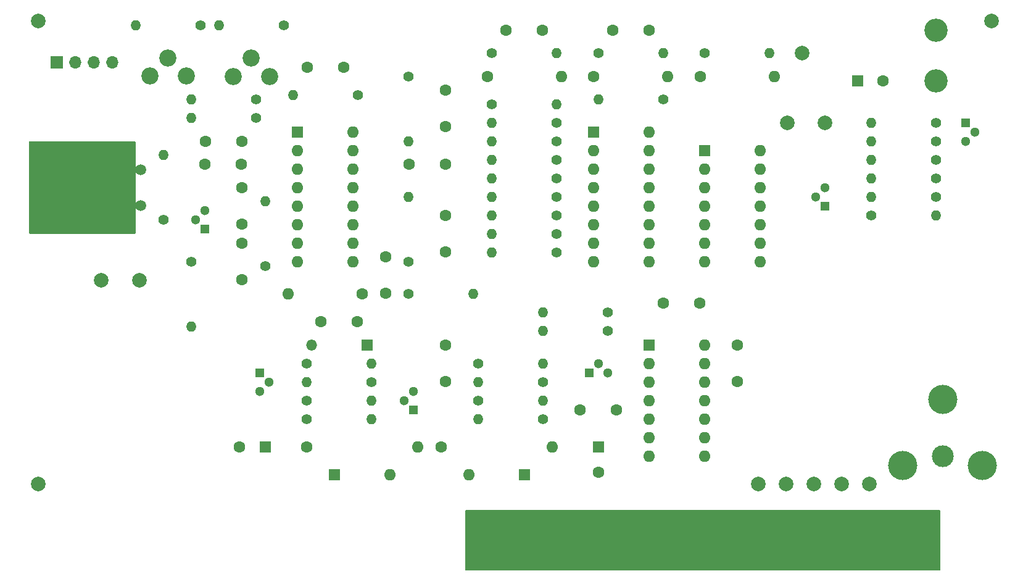
<source format=gbr>
%TF.GenerationSoftware,KiCad,Pcbnew,7.0.1-0*%
%TF.CreationDate,2023-05-07T10:40:25+02:00*%
%TF.ProjectId,Apple PAL card - reloaded,4170706c-6520-4504-914c-206361726420,A*%
%TF.SameCoordinates,Original*%
%TF.FileFunction,Soldermask,Top*%
%TF.FilePolarity,Negative*%
%FSLAX46Y46*%
G04 Gerber Fmt 4.6, Leading zero omitted, Abs format (unit mm)*
G04 Created by KiCad (PCBNEW 7.0.1-0) date 2023-05-07 10:40:25*
%MOMM*%
%LPD*%
G01*
G04 APERTURE LIST*
G04 Aperture macros list*
%AMRoundRect*
0 Rectangle with rounded corners*
0 $1 Rounding radius*
0 $2 $3 $4 $5 $6 $7 $8 $9 X,Y pos of 4 corners*
0 Add a 4 corners polygon primitive as box body*
4,1,4,$2,$3,$4,$5,$6,$7,$8,$9,$2,$3,0*
0 Add four circle primitives for the rounded corners*
1,1,$1+$1,$2,$3*
1,1,$1+$1,$4,$5*
1,1,$1+$1,$6,$7*
1,1,$1+$1,$8,$9*
0 Add four rect primitives between the rounded corners*
20,1,$1+$1,$2,$3,$4,$5,0*
20,1,$1+$1,$4,$5,$6,$7,0*
20,1,$1+$1,$6,$7,$8,$9,0*
20,1,$1+$1,$8,$9,$2,$3,0*%
G04 Aperture macros list end*
%ADD10C,0.150000*%
%ADD11C,1.400000*%
%ADD12O,1.400000X1.400000*%
%ADD13C,1.600000*%
%ADD14R,1.600000X1.600000*%
%ADD15O,1.600000X1.600000*%
%ADD16C,2.000000*%
%ADD17R,1.300000X1.300000*%
%ADD18C,1.300000*%
%ADD19C,2.340000*%
%ADD20RoundRect,0.381000X0.381000X3.289000X-0.381000X3.289000X-0.381000X-3.289000X0.381000X-3.289000X0*%
%ADD21R,1.700000X1.700000*%
%ADD22O,1.700000X1.700000*%
%ADD23R,1.500000X1.500000*%
%ADD24O,1.500000X1.500000*%
%ADD25C,3.200000*%
%ADD26C,3.000000*%
%ADD27C,4.000000*%
%ADD28C,1.500000*%
G04 APERTURE END LIST*
D10*
X206197200Y-134950200D02*
X141173200Y-134950200D01*
X141173200Y-126822200D01*
X206197200Y-126822200D01*
X206197200Y-134950200D01*
G36*
X206197200Y-134950200D02*
G01*
X141173200Y-134950200D01*
X141173200Y-126822200D01*
X206197200Y-126822200D01*
X206197200Y-134950200D01*
G37*
D11*
%TO.C,R12*%
X142875000Y-111760000D03*
D12*
X151765000Y-111760000D03*
%TD*%
D13*
%TO.C,C18*%
X166330000Y-60960000D03*
X161330000Y-60960000D03*
%TD*%
D14*
%TO.C,U3*%
X173990000Y-77470000D03*
D15*
X173990000Y-80010000D03*
X173990000Y-82550000D03*
X173990000Y-85090000D03*
X173990000Y-87630000D03*
X173990000Y-90170000D03*
X173990000Y-92710000D03*
X181610000Y-92710000D03*
X181610000Y-90170000D03*
X181610000Y-87630000D03*
X181610000Y-85090000D03*
X181610000Y-82550000D03*
X181610000Y-80010000D03*
X181610000Y-77470000D03*
%TD*%
D11*
%TO.C,R11*%
X151765000Y-114300000D03*
D12*
X142875000Y-114300000D03*
%TD*%
D11*
%TO.C,R22*%
X153670000Y-86360000D03*
D12*
X144780000Y-86360000D03*
%TD*%
D11*
%TO.C,R29*%
X112395000Y-73025000D03*
D12*
X103505000Y-73025000D03*
%TD*%
D16*
%TO.C,H1*%
X82550000Y-59690000D03*
%TD*%
D11*
%TO.C,R36*%
X103505000Y-92710000D03*
D12*
X103505000Y-101600000D03*
%TD*%
D14*
%TO.C,C1*%
X113665000Y-118110000D03*
D13*
X110165000Y-118110000D03*
%TD*%
D11*
%TO.C,R25*%
X168275000Y-70485000D03*
D12*
X159385000Y-70485000D03*
%TD*%
D13*
%TO.C,L1*%
X127000000Y-97155000D03*
D15*
X116840000Y-97155000D03*
%TD*%
D16*
%TO.C,H3*%
X82550000Y-123190000D03*
%TD*%
%TO.C,TP4*%
X192786000Y-123190000D03*
%TD*%
D11*
%TO.C,R7*%
X119380000Y-106680000D03*
D12*
X128270000Y-106680000D03*
%TD*%
D17*
%TO.C,Q4*%
X105410000Y-88265000D03*
D18*
X104140000Y-86995000D03*
X105410000Y-85725000D03*
%TD*%
D14*
%TO.C,CR1*%
X149225000Y-121920000D03*
D15*
X141605000Y-121920000D03*
%TD*%
D19*
%TO.C,R33*%
X97830000Y-67270000D03*
X100330000Y-64770000D03*
X102830000Y-67270000D03*
%TD*%
D13*
%TO.C,L2*%
X144145000Y-67310000D03*
D15*
X154305000Y-67310000D03*
%TD*%
D14*
%TO.C,U1*%
X166380000Y-104135000D03*
D15*
X166380000Y-106675000D03*
X166380000Y-109215000D03*
X166380000Y-111755000D03*
X166380000Y-114295000D03*
X166380000Y-116835000D03*
X166380000Y-119375000D03*
X174000000Y-119375000D03*
X174000000Y-116835000D03*
X174000000Y-114295000D03*
X174000000Y-111755000D03*
X174000000Y-109215000D03*
X174000000Y-106675000D03*
X174000000Y-104135000D03*
%TD*%
D11*
%TO.C,R18*%
X144780000Y-64135000D03*
D12*
X153670000Y-64135000D03*
%TD*%
D13*
%TO.C,C12*%
X138430000Y-104140000D03*
X138430000Y-109140000D03*
%TD*%
D20*
%TO.C,J3*%
X143205000Y-130533000D03*
X145745000Y-130533000D03*
X148285000Y-130533000D03*
X150825000Y-130533000D03*
X153365000Y-130533000D03*
X155905000Y-130533000D03*
X158445000Y-130533000D03*
X160985000Y-130533000D03*
X163525000Y-130533000D03*
X166065000Y-130533000D03*
X168605000Y-130533000D03*
X171145000Y-130533000D03*
X173685000Y-130533000D03*
X176225000Y-130533000D03*
X178765000Y-130533000D03*
X181305000Y-130533000D03*
X183845000Y-130533000D03*
X186385000Y-130533000D03*
X188925000Y-130533000D03*
X191465000Y-130533000D03*
X194005000Y-130533000D03*
X196545000Y-130533000D03*
X199085000Y-130533000D03*
X201625000Y-130533000D03*
X204165000Y-130533000D03*
%TD*%
D21*
%TO.C,J1*%
X85090000Y-65405000D03*
D22*
X87630000Y-65405000D03*
X90170000Y-65405000D03*
X92710000Y-65405000D03*
%TD*%
D11*
%TO.C,R24*%
X153670000Y-76200000D03*
D12*
X144780000Y-76200000D03*
%TD*%
D13*
%TO.C,C7*%
X110490000Y-82590000D03*
X110490000Y-87590000D03*
%TD*%
%TO.C,C9*%
X130175000Y-97075000D03*
X130175000Y-92075000D03*
%TD*%
D11*
%TO.C,R19*%
X153670000Y-88900000D03*
D12*
X144780000Y-88900000D03*
%TD*%
D11*
%TO.C,R42*%
X205740000Y-83820000D03*
D12*
X196850000Y-83820000D03*
%TD*%
D13*
%TO.C,C16*%
X110410000Y-79375000D03*
X105410000Y-79375000D03*
%TD*%
D14*
%TO.C,CR2*%
X123190000Y-121920000D03*
D15*
X130810000Y-121920000D03*
%TD*%
D13*
%TO.C,C15*%
X138430000Y-74215000D03*
X138430000Y-69215000D03*
%TD*%
D11*
%TO.C,R15*%
X160655000Y-102235000D03*
D12*
X151765000Y-102235000D03*
%TD*%
D11*
%TO.C,R41*%
X205740000Y-81280000D03*
D12*
X196850000Y-81280000D03*
%TD*%
D14*
%TO.C,C2*%
X159385000Y-118110000D03*
D13*
X159385000Y-121610000D03*
%TD*%
D11*
%TO.C,R35*%
X126365000Y-69850000D03*
D12*
X117475000Y-69850000D03*
%TD*%
D11*
%TO.C,R9*%
X119380000Y-114300000D03*
D12*
X128270000Y-114300000D03*
%TD*%
D13*
%TO.C,C17*%
X119460000Y-66040000D03*
X124460000Y-66040000D03*
%TD*%
D16*
%TO.C,TP2*%
X185166000Y-123190000D03*
%TD*%
D11*
%TO.C,R16*%
X151765000Y-109220000D03*
D12*
X142875000Y-109220000D03*
%TD*%
D13*
%TO.C,C13*%
X151725000Y-60960000D03*
X146725000Y-60960000D03*
%TD*%
D11*
%TO.C,R4*%
X133350000Y-67310000D03*
D12*
X133350000Y-76200000D03*
%TD*%
D16*
%TO.C,TP6*%
X187325000Y-64135000D03*
%TD*%
D13*
%TO.C,C11*%
X121285000Y-100965000D03*
X126285000Y-100965000D03*
%TD*%
D11*
%TO.C,R37*%
X99695000Y-86995000D03*
D12*
X99695000Y-78105000D03*
%TD*%
D11*
%TO.C,R14*%
X160655000Y-99695000D03*
D12*
X151765000Y-99695000D03*
%TD*%
D11*
%TO.C,R40*%
X205740000Y-78740000D03*
D12*
X196850000Y-78740000D03*
%TD*%
D11*
%TO.C,R13*%
X142875000Y-106680000D03*
D12*
X151765000Y-106680000D03*
%TD*%
D13*
%TO.C,C3*%
X178435000Y-104180000D03*
X178435000Y-109180000D03*
%TD*%
D17*
%TO.C,Q1*%
X112924000Y-107950000D03*
D18*
X114194000Y-109220000D03*
X112924000Y-110490000D03*
%TD*%
D11*
%TO.C,R26*%
X153670000Y-91440000D03*
D12*
X144780000Y-91440000D03*
%TD*%
D11*
%TO.C,R8*%
X128270000Y-109220000D03*
D12*
X119380000Y-109220000D03*
%TD*%
D11*
%TO.C,R6*%
X133350000Y-92710000D03*
D12*
X133350000Y-83820000D03*
%TD*%
D13*
%TO.C,C10*%
X168315000Y-98425000D03*
X173315000Y-98425000D03*
%TD*%
%TO.C,L4*%
X173355000Y-67310000D03*
D15*
X183515000Y-67310000D03*
%TD*%
D16*
%TO.C,TP1*%
X181356000Y-123190000D03*
%TD*%
D13*
%TO.C,R2*%
X119380000Y-118110000D03*
D15*
X134620000Y-118110000D03*
%TD*%
D11*
%TO.C,R20*%
X153670000Y-73660000D03*
D12*
X144780000Y-73660000D03*
%TD*%
D11*
%TO.C,R31*%
X116205000Y-60325000D03*
D12*
X107315000Y-60325000D03*
%TD*%
D16*
%TO.C,H2*%
X213360000Y-59690000D03*
%TD*%
D23*
%TO.C,CR3*%
X127640000Y-104140000D03*
D24*
X120020000Y-104140000D03*
%TD*%
D16*
%TO.C,C20*%
X91186000Y-95250000D03*
X96393000Y-95250000D03*
%TD*%
D13*
%TO.C,C14*%
X105450000Y-76200000D03*
X110450000Y-76200000D03*
%TD*%
D25*
%TO.C,H5*%
X205740000Y-67945000D03*
%TD*%
D19*
%TO.C,R30*%
X109260000Y-67310000D03*
X111760000Y-64810000D03*
X114260000Y-67310000D03*
%TD*%
D11*
%TO.C,R5*%
X113665000Y-93345000D03*
D12*
X113665000Y-84455000D03*
%TD*%
D11*
%TO.C,R44*%
X159385000Y-64135000D03*
D12*
X168275000Y-64135000D03*
%TD*%
D13*
%TO.C,C8*%
X110490000Y-90210000D03*
X110490000Y-95210000D03*
%TD*%
D11*
%TO.C,R17*%
X144780000Y-71120000D03*
D12*
X153670000Y-71120000D03*
%TD*%
D17*
%TO.C,Q6*%
X190500000Y-85090000D03*
D18*
X189230000Y-83820000D03*
X190500000Y-82550000D03*
%TD*%
D11*
%TO.C,R32*%
X112395000Y-70485000D03*
D12*
X103505000Y-70485000D03*
%TD*%
D14*
%TO.C,U4*%
X158760000Y-74920000D03*
D15*
X158760000Y-77460000D03*
X158760000Y-80000000D03*
X158760000Y-82540000D03*
X158760000Y-85080000D03*
X158760000Y-87620000D03*
X158760000Y-90160000D03*
X158760000Y-92700000D03*
X166380000Y-92700000D03*
X166380000Y-90160000D03*
X166380000Y-87620000D03*
X166380000Y-85080000D03*
X166380000Y-82540000D03*
X166380000Y-80000000D03*
X166380000Y-77460000D03*
X166380000Y-74920000D03*
%TD*%
D11*
%TO.C,R23*%
X153670000Y-83820000D03*
D12*
X144780000Y-83820000D03*
%TD*%
D11*
%TO.C,R27*%
X153670000Y-81280000D03*
D12*
X144780000Y-81280000D03*
%TD*%
D17*
%TO.C,Q2*%
X133985000Y-113030000D03*
D18*
X132715000Y-111760000D03*
X133985000Y-110490000D03*
%TD*%
D17*
%TO.C,Q5*%
X209825000Y-73660000D03*
D18*
X211095000Y-74930000D03*
X209825000Y-76200000D03*
%TD*%
D13*
%TO.C,C6*%
X138390000Y-79375000D03*
X133390000Y-79375000D03*
%TD*%
D11*
%TO.C,R21*%
X153670000Y-78740000D03*
D12*
X144780000Y-78740000D03*
%TD*%
D11*
%TO.C,R28*%
X173990000Y-64135000D03*
D12*
X182880000Y-64135000D03*
%TD*%
D13*
%TO.C,C5*%
X138430000Y-86400000D03*
X138430000Y-91400000D03*
%TD*%
D16*
%TO.C,C19*%
X185293000Y-73660000D03*
X190500000Y-73660000D03*
%TD*%
D11*
%TO.C,R10*%
X119380000Y-111760000D03*
D12*
X128270000Y-111760000D03*
%TD*%
D16*
%TO.C,TP5*%
X196596000Y-123190000D03*
%TD*%
D26*
%TO.C,J2*%
X206629000Y-119380000D03*
D27*
X201168000Y-120650000D03*
X206629000Y-111633000D03*
X212090000Y-120650000D03*
%TD*%
D11*
%TO.C,R38*%
X205740000Y-73660000D03*
D12*
X196850000Y-73660000D03*
%TD*%
D11*
%TO.C,R39*%
X205740000Y-76200000D03*
D12*
X196850000Y-76200000D03*
%TD*%
D13*
%TO.C,C4*%
X156885000Y-113030000D03*
X161885000Y-113030000D03*
%TD*%
D11*
%TO.C,R3*%
X133350000Y-97155000D03*
D12*
X142240000Y-97155000D03*
%TD*%
D13*
%TO.C,R1*%
X137795000Y-118110000D03*
D15*
X153035000Y-118110000D03*
%TD*%
D13*
%TO.C,L3*%
X158750000Y-67310000D03*
D15*
X168910000Y-67310000D03*
%TD*%
D25*
%TO.C,H4*%
X205740000Y-60960000D03*
%TD*%
D16*
%TO.C,TP3*%
X188976000Y-123190000D03*
%TD*%
D28*
%TO.C,Y1*%
X96550000Y-80100000D03*
X96550000Y-85000000D03*
%TD*%
D11*
%TO.C,R34*%
X104775000Y-60325000D03*
D12*
X95885000Y-60325000D03*
%TD*%
D11*
%TO.C,R43*%
X196850000Y-86360000D03*
D12*
X205740000Y-86360000D03*
%TD*%
D14*
%TO.C,U2*%
X118120000Y-74920000D03*
D15*
X118120000Y-77460000D03*
X118120000Y-80000000D03*
X118120000Y-82540000D03*
X118120000Y-85080000D03*
X118120000Y-87620000D03*
X118120000Y-90160000D03*
X118120000Y-92700000D03*
X125740000Y-92700000D03*
X125740000Y-90160000D03*
X125740000Y-87620000D03*
X125740000Y-85080000D03*
X125740000Y-82540000D03*
X125740000Y-80000000D03*
X125740000Y-77460000D03*
X125740000Y-74920000D03*
%TD*%
D14*
%TO.C,C21*%
X194945000Y-67945000D03*
D13*
X198445000Y-67945000D03*
%TD*%
D17*
%TO.C,Q3*%
X158115000Y-107950000D03*
D18*
X159385000Y-106680000D03*
X160655000Y-107950000D03*
%TD*%
G36*
X95823000Y-76216613D02*
G01*
X95868387Y-76262000D01*
X95885000Y-76324000D01*
X95885000Y-88776000D01*
X95868387Y-88838000D01*
X95823000Y-88883387D01*
X95761000Y-88900000D01*
X81404000Y-88900000D01*
X81342000Y-88883387D01*
X81296613Y-88838000D01*
X81280000Y-88776000D01*
X81280000Y-76324000D01*
X81296613Y-76262000D01*
X81342000Y-76216613D01*
X81404000Y-76200000D01*
X95761000Y-76200000D01*
X95823000Y-76216613D01*
G37*
M02*

</source>
